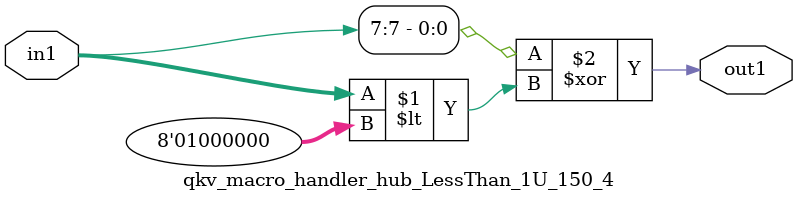
<source format=v>

`timescale 1ps / 1ps


module qkv_macro_handler_hub_LessThan_1U_150_4( in1, out1 );

    input [7:0] in1;
    output out1;

    
    // rtl_process:qkv_macro_handler_hub_LessThan_1U_150_4/qkv_macro_handler_hub_LessThan_1U_150_4_thread_1
    assign out1 = (in1[7] ^ in1 < 8'd064);

endmodule



</source>
